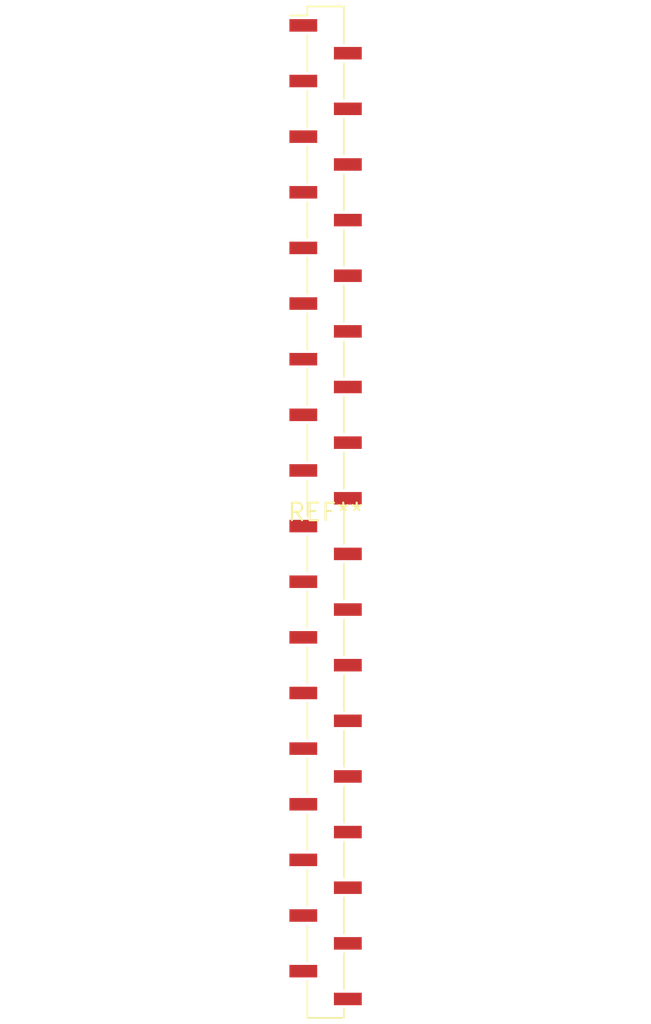
<source format=kicad_pcb>
(kicad_pcb (version 20240108) (generator pcbnew)
  (layers (0 "F.Cu" signal) (31 "B.Cu" signal) (34 "B.Paste" user) (35 "F.Paste" user) (36 "B.SilkS" user "B.Silkscreen") (37 "F.SilkS" user "F.Silkscreen") (38 "B.Mask" user) (39 "F.Mask" user) (44 "Edge.Cuts" user))
  (net 0 "")
  (footprint "PinSocket_1x36_P2.00mm_Vertical_SMD_Pin1Left" (layer "F.Cu") (at 0 0)
    (property "Reference" "REF**")
    (property "Value" "PinSocket_1x36_P2.00mm_Vertical_SMD_Pin1Left")
    (fp_line (start -2.54 -35.71) (end -1.31 -35.71) (layer "F.SilkS") (stroke (width 0.12)))
    (fp_line (start -1.31 -36.36) (end -1.31 -35.71) (layer "F.SilkS") (stroke (width 0.12)))
    (fp_line (start -1.31 -36.36) (end 1.31 -36.36) (layer "F.SilkS") (stroke (width 0.12)))
    (fp_line (start -1.31 -34.29) (end -1.31 -31.71) (layer "F.SilkS") (stroke (width 0.12)))
    (fp_line (start -1.31 -30.29) (end -1.31 -27.71) (layer "F.SilkS") (stroke (width 0.12)))
    (fp_line (start -1.31 -26.29) (end -1.31 -23.71) (layer "F.SilkS") (stroke (width 0.12)))
    (fp_line (start -1.31 -22.29) (end -1.31 -19.71) (layer "F.SilkS") (stroke (width 0.12)))
    (fp_line (start -1.31 -18.29) (end -1.31 -15.71) (layer "F.SilkS") (stroke (width 0.12)))
    (fp_line (start -1.31 -14.29) (end -1.31 -11.71) (layer "F.SilkS") (stroke (width 0.12)))
    (fp_line (start -1.31 -10.29) (end -1.31 -7.71) (layer "F.SilkS") (stroke (width 0.12)))
    (fp_line (start -1.31 -6.29) (end -1.31 -3.71) (layer "F.SilkS") (stroke (width 0.12)))
    (fp_line (start -1.31 -2.29) (end -1.31 0.29) (layer "F.SilkS") (stroke (width 0.12)))
    (fp_line (start -1.31 1.71) (end -1.31 4.29) (layer "F.SilkS") (stroke (width 0.12)))
    (fp_line (start -1.31 5.71) (end -1.31 8.29) (layer "F.SilkS") (stroke (width 0.12)))
    (fp_line (start -1.31 9.71) (end -1.31 12.29) (layer "F.SilkS") (stroke (width 0.12)))
    (fp_line (start -1.31 13.71) (end -1.31 16.29) (layer "F.SilkS") (stroke (width 0.12)))
    (fp_line (start -1.31 17.71) (end -1.31 20.29) (layer "F.SilkS") (stroke (width 0.12)))
    (fp_line (start -1.31 21.71) (end -1.31 24.29) (layer "F.SilkS") (stroke (width 0.12)))
    (fp_line (start -1.31 25.71) (end -1.31 28.29) (layer "F.SilkS") (stroke (width 0.12)))
    (fp_line (start -1.31 29.71) (end -1.31 32.29) (layer "F.SilkS") (stroke (width 0.12)))
    (fp_line (start -1.31 33.71) (end -1.31 36.36) (layer "F.SilkS") (stroke (width 0.12)))
    (fp_line (start -1.31 36.36) (end 1.31 36.36) (layer "F.SilkS") (stroke (width 0.12)))
    (fp_line (start 1.31 -36.36) (end 1.31 -33.71) (layer "F.SilkS") (stroke (width 0.12)))
    (fp_line (start 1.31 -32.29) (end 1.31 -29.71) (layer "F.SilkS") (stroke (width 0.12)))
    (fp_line (start 1.31 -28.29) (end 1.31 -25.71) (layer "F.SilkS") (stroke (width 0.12)))
    (fp_line (start 1.31 -24.29) (end 1.31 -21.71) (layer "F.SilkS") (stroke (width 0.12)))
    (fp_line (start 1.31 -20.29) (end 1.31 -17.71) (layer "F.SilkS") (stroke (width 0.12)))
    (fp_line (start 1.31 -16.29) (end 1.31 -13.71) (layer "F.SilkS") (stroke (width 0.12)))
    (fp_line (start 1.31 -12.29) (end 1.31 -9.71) (layer "F.SilkS") (stroke (width 0.12)))
    (fp_line (start 1.31 -8.29) (end 1.31 -5.71) (layer "F.SilkS") (stroke (width 0.12)))
    (fp_line (start 1.31 -4.29) (end 1.31 -1.71) (layer "F.SilkS") (stroke (width 0.12)))
    (fp_line (start 1.31 -0.29) (end 1.31 2.29) (layer "F.SilkS") (stroke (width 0.12)))
    (fp_line (start 1.31 3.71) (end 1.31 6.29) (layer "F.SilkS") (stroke (width 0.12)))
    (fp_line (start 1.31 7.71) (end 1.31 10.29) (layer "F.SilkS") (stroke (width 0.12)))
    (fp_line (start 1.31 11.71) (end 1.31 14.29) (layer "F.SilkS") (stroke (width 0.12)))
    (fp_line (start 1.31 15.71) (end 1.31 18.29) (layer "F.SilkS") (stroke (width 0.12)))
    (fp_line (start 1.31 19.71) (end 1.31 22.29) (layer "F.SilkS") (stroke (width 0.12)))
    (fp_line (start 1.31 23.71) (end 1.31 26.29) (layer "F.SilkS") (stroke (width 0.12)))
    (fp_line (start 1.31 27.71) (end 1.31 30.29) (layer "F.SilkS") (stroke (width 0.12)))
    (fp_line (start 1.31 31.71) (end 1.31 34.29) (layer "F.SilkS") (stroke (width 0.12)))
    (fp_line (start 1.31 35.71) (end 1.31 36.36) (layer "F.SilkS") (stroke (width 0.12)))
    (pad "1" smd rect (at -1.6 -35) (size 2 0.9) (layers "F.Cu" "F.Paste" "F.Mask"))
    (pad "2" smd rect (at 1.6 -33) (size 2 0.9) (layers "F.Cu" "F.Paste" "F.Mask"))
    (pad "3" smd rect (at -1.6 -31) (size 2 0.9) (layers "F.Cu" "F.Paste" "F.Mask"))
    (pad "4" smd rect (at 1.6 -29) (size 2 0.9) (layers "F.Cu" "F.Paste" "F.Mask"))
    (pad "5" smd rect (at -1.6 -27) (size 2 0.9) (layers "F.Cu" "F.Paste" "F.Mask"))
    (pad "6" smd rect (at 1.6 -25) (size 2 0.9) (layers "F.Cu" "F.Paste" "F.Mask"))
    (pad "7" smd rect (at -1.6 -23) (size 2 0.9) (layers "F.Cu" "F.Paste" "F.Mask"))
    (pad "8" smd rect (at 1.6 -21) (size 2 0.9) (layers "F.Cu" "F.Paste" "F.Mask"))
    (pad "9" smd rect (at -1.6 -19) (size 2 0.9) (layers "F.Cu" "F.Paste" "F.Mask"))
    (pad "10" smd rect (at 1.6 -17) (size 2 0.9) (layers "F.Cu" "F.Paste" "F.Mask"))
    (pad "11" smd rect (at -1.6 -15) (size 2 0.9) (layers "F.Cu" "F.Paste" "F.Mask"))
    (pad "12" smd rect (at 1.6 -13) (size 2 0.9) (layers "F.Cu" "F.Paste" "F.Mask"))
    (pad "13" smd rect (at -1.6 -11) (size 2 0.9) (layers "F.Cu" "F.Paste" "F.Mask"))
    (pad "14" smd rect (at 1.6 -9) (size 2 0.9) (layers "F.Cu" "F.Paste" "F.Mask"))
    (pad "15" smd rect (at -1.6 -7) (size 2 0.9) (layers "F.Cu" "F.Paste" "F.Mask"))
    (pad "16" smd rect (at 1.6 -5) (size 2 0.9) (layers "F.Cu" "F.Paste" "F.Mask"))
    (pad "17" smd rect (at -1.6 -3) (size 2 0.9) (layers "F.Cu" "F.Paste" "F.Mask"))
    (pad "18" smd rect (at 1.6 -1) (size 2 0.9) (layers "F.Cu" "F.Paste" "F.Mask"))
    (pad "19" smd rect (at -1.6 1) (size 2 0.9) (layers "F.Cu" "F.Paste" "F.Mask"))
    (pad "20" smd rect (at 1.6 3) (size 2 0.9) (layers "F.Cu" "F.Paste" "F.Mask"))
    (pad "21" smd rect (at -1.6 5) (size 2 0.9) (layers "F.Cu" "F.Paste" "F.Mask"))
    (pad "22" smd rect (at 1.6 7) (size 2 0.9) (layers "F.Cu" "F.Paste" "F.Mask"))
    (pad "23" smd rect (at -1.6 9) (size 2 0.9) (layers "F.Cu" "F.Paste" "F.Mask"))
    (pad "24" smd rect (at 1.6 11) (size 2 0.9) (layers "F.Cu" "F.Paste" "F.Mask"))
    (pad "25" smd rect (at -1.6 13) (size 2 0.9) (layers "F.Cu" "F.Paste" "F.Mask"))
    (pad "26" smd rect (at 1.6 15) (size 2 0.9) (layers "F.Cu" "F.Paste" "F.Mask"))
    (pad "27" smd rect (at -1.6 17) (size 2 0.9) (layers "F.Cu" "F.Paste" "F.Mask"))
    (pad "28" smd rect (at 1.6 19) (size 2 0.9) (layers "F.Cu" "F.Paste" "F.Mask"))
    (pad "29" smd rect (at -1.6 21) (size 2 0.9) (layers "F.Cu" "F.Paste" "F.Mask"))
    (pad "30" smd rect (at 1.6 23) (size 2 0.9) (layers "F.Cu" "F.Paste" "F.Mask"))
    (pad "31" smd rect (at -1.6 25) (size 2 0.9) (layers "F.Cu" "F.Paste" "F.Mask"))
    (pad "32" smd rect (at 1.6 27) (size 2 0.9) (layers "F.Cu" "F.Paste" "F.Mask"))
    (pad "33" smd rect (at -1.6 29) (size 2 0.9) (layers "F.Cu" "F.Paste" "F.Mask"))
    (pad "34" smd rect (at 1.6 31) (size 2 0.9) (layers "F.Cu" "F.Paste" "F.Mask"))
    (pad "35" smd rect (at -1.6 33) (size 2 0.9) (layers "F.Cu" "F.Paste" "F.Mask"))
    (pad "36" smd rect (at 1.6 35) (size 2 0.9) (layers "F.Cu" "F.Paste" "F.Mask"))
  )
)
</source>
